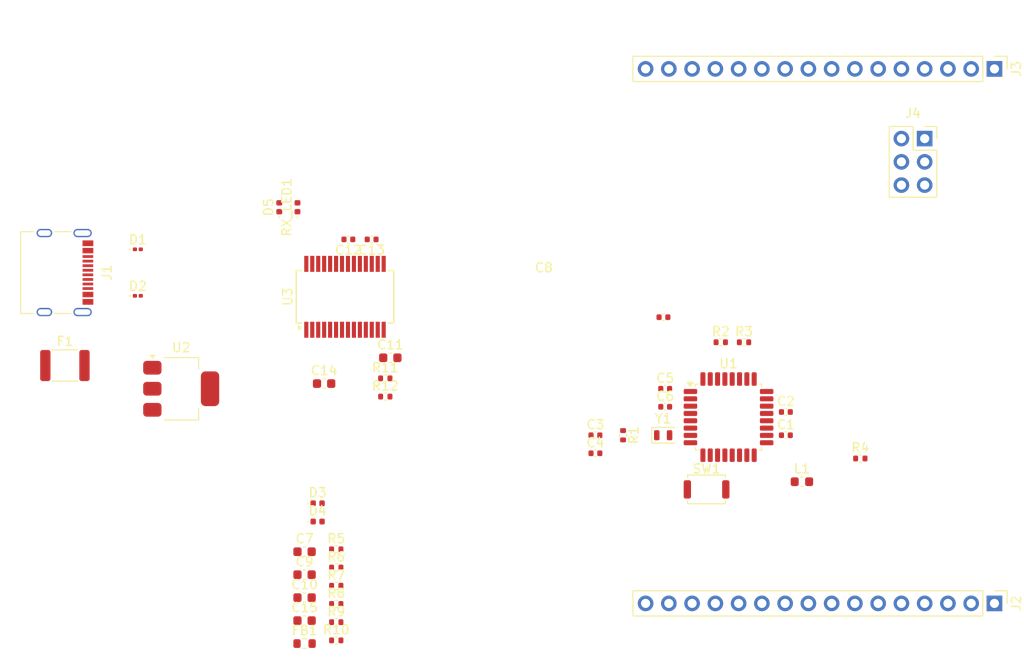
<source format=kicad_pcb>
(kicad_pcb (version 20241229) (generator "pcbnew") (generator_version "9.0")
  (layers (0 "F.Cu" signal) (2 "B.Cu" signal) (13 "F.Paste" user) (15 "B.Paste" user) (5 "F.SilkS" user "F.Silkscreen") (7 "B.SilkS" user "B.Silkscreen") (1 "F.Mask" user) (3 "B.Mask" user) (25 "Edge.Cuts" user))
  (net 0 "")
  (net 1 "+5V")
  (net 2 "GND")
  (net 3 "Net-(U1-AREF)")
  (net 4 "EX_OSC2")
  (net 5 "EX_OSC1")
  (net 6 "+3.3V")
  (net 7 "PWRU_IN")
  (net 8 "Net-(C10-Pad1)")
  (net 9 "Net-(U3-3V3OUT)")
  (net 10 "USART_DTR")
  (net 11 "EX_RST")
  (net 12 "USBC_D.P")
  (net 13 "USBC_D.N")
  (net 14 "Net-(D3-A)")
  (net 15 "Net-(D4-A)")
  (net 16 "Net-(D5-K)")
  (net 17 "Net-(D5-A)")
  (net 18 "Net-(J1-CC1)")
  (net 20 "Net-(J1-CC2)")
  (net 24 "GPIO_C0")
  (net 25 "GPIO_C1")
  (net 26 "GPIO_C2")
  (net 27 "GPIO_C3")
  (net 28 "I2C_SCL")
  (net 29 "I2C_SDA")
  (net 30 "GPIO_C4")
  (net 31 "GPIO_C5")
  (net 32 "SPI_SS")
  (net 33 "SPI_MOSI")
  (net 34 "SPI_MISO")
  (net 35 "SPI_SCK")
  (net 36 "GPIO_B1")
  (net 37 "GPIO_B0")
  (net 38 "GPIO_D7")
  (net 39 "GPIO_D6")
  (net 40 "GPIO_D5")
  (net 41 "GPIO_D4")
  (net 42 "GPIO_D3")
  (net 43 "GPIO_D2")
  (net 44 "USART_TXD")
  (net 45 "USART_RXD")
  (net 46 "Net-(U1-AVCC)")
  (net 47 "Net-(U2-ADJ)")
  (net 48 "Net-(RX_LED1-A)")
  (net 49 "Net-(RX_LED1-K)")
  (footprint "Capacitor_SMD:C_0603_1608Metric" (layer "F.Cu") (at 127.775 124.4)
    (property "Reference" "C15" (at 0 -1.43 0) (layer "F.SilkS"))
    (property "Value" "4.7u")
    (fp_line (start -0.14058 -0.51) (end 0.14058 -0.51) (stroke (width 0.12)) (layer "F.SilkS"))
    (fp_line (start -0.14058 0.51) (end 0.14058 0.51) (stroke (width 0.12)) (layer "F.SilkS"))
    (pad "1" smd roundrect (at -0.775 0) (size 0.9 0.95) (layers "F.Cu" "F.Mask" "F.Paste") (net 8 "Net-(C10-Pad1)"))
    (pad "2" smd roundrect (at 0.775 0) (size 0.9 0.95) (layers "F.Cu" "F.Mask" "F.Paste") (net 2 "GND"))
  )
  (footprint "Capacitor_SMD:C_0402_1005Metric" (layer "F.Cu") (at 159.54 104.14)
    (property "Reference" "C3" (at 0 -1.16 0) (layer "F.SilkS"))
    (property "Value" "18p")
    (fp_line (start -0.107836 -0.36) (end 0.107836 -0.36) (stroke (width 0.12)) (layer "F.SilkS"))
    (fp_line (start -0.107836 0.36) (end 0.107836 0.36) (stroke (width 0.12)) (layer "F.SilkS"))
    (pad "1" smd roundrect (at -0.48 0) (size 0.56 0.62) (layers "F.Cu" "F.Mask" "F.Paste") (net 4 "EX_OSC2"))
    (pad "2" smd roundrect (at 0.48 0) (size 0.56 0.62) (layers "F.Cu" "F.Mask" "F.Paste") (net 2 "GND"))
  )
  (footprint "Capacitor_SMD:C_0603_1608Metric" (layer "F.Cu") (at 127.775 119.38)
    (property "Reference" "C9" (at 0 -1.43 0) (layer "F.SilkS"))
    (property "Value" ".01u")
    (fp_line (start -0.14058 -0.51) (end 0.14058 -0.51) (stroke (width 0.12)) (layer "F.SilkS"))
    (fp_line (start -0.14058 0.51) (end 0.14058 0.51) (stroke (width 0.12)) (layer "F.SilkS"))
    (pad "1" smd roundrect (at -0.775 0) (size 0.9 0.95) (layers "F.Cu" "F.Mask" "F.Paste") (net 7 "PWRU_IN"))
    (pad "2" smd roundrect (at 0.775 0) (size 0.9 0.95) (layers "F.Cu" "F.Mask" "F.Paste") (net 2 "GND"))
  )
  (footprint "Package_QFP:TQFP-32_7x7mm_P0.8mm" (layer "F.Cu") (at 174.08 102.16)
    (property "Reference" "U1" (at 0 -5.85 0) (layer "F.SilkS"))
    (property "Value" "ATmega328P-A")
    (fp_line (start -3.61 -3.61) (end -3.61 -3.335) (stroke (width 0.12)) (layer "F.SilkS"))
    (fp_line (start -3.61 3.61) (end -3.61 3.335) (stroke (width 0.12)) (layer "F.SilkS"))
    (fp_line (start -3.335 -3.61) (end -3.61 -3.61) (stroke (width 0.12)) (layer "F.SilkS"))
    (fp_line (start -3.335 3.61) (end -3.61 3.61) (stroke (width 0.12)) (layer "F.SilkS"))
    (fp_line (start 3.335 -3.61) (end 3.61 -3.61) (stroke (width 0.12)) (layer "F.SilkS"))
    (fp_line (start 3.335 3.61) (end 3.61 3.61) (stroke (width 0.12)) (layer "F.SilkS"))
    (fp_line (start 3.61 -3.61) (end 3.61 -3.335) (stroke (width 0.12)) (layer "F.SilkS"))
    (fp_line (start 3.61 3.61) (end 3.61 3.335) (stroke (width 0.12)) (layer "F.SilkS"))
    (fp_poly (pts (xy -4.2 -3.335) (xy -4.54 -3.805) (xy -3.86 -3.805)) (stroke (width 0.12)) (fill yes) (layer "F.SilkS"))
    (pad "1" smd roundrect (at -4.1625 -2.8) (size 1.475 0.55) (layers "F.Cu" "F.Mask" "F.Paste") (net 42 "GPIO_D3"))
    (pad "2" smd roundrect (at -4.1625 -2) (size 1.475 0.55) (layers "F.Cu" "F.Mask" "F.Paste") (net 41 "GPIO_D4"))
    (pad "3" smd roundrect (at -4.1625 -1.2) (size 1.475 0.55) (layers "F.Cu" "F.Mask" "F.Paste") (net 2 "GND"))
    (pad "4" smd roundrect (at -4.1625 -0.4) (size 1.475 0.55) (layers "F.Cu" "F.Mask" "F.Paste") (net 1 "+5V"))
    (pad "5" smd roundrect (at -4.1625 0.4) (size 1.475 0.55) (layers "F.Cu" "F.Mask" "F.Paste") (net 2 "GND"))
    (pad "6" smd roundrect (at -4.1625 1.2) (size 1.475 0.55) (layers "F.Cu" "F.Mask" "F.Paste") (net 1 "+5V"))
    (pad "7" smd roundrect (at -4.1625 2) (size 1.475 0.55) (layers "F.Cu" "F.Mask" "F.Paste") (net 5 "EX_OSC1"))
    (pad "8" smd roundrect (at -4.1625 2.8) (size 1.475 0.55) (layers "F.Cu" "F.Mask" "F.Paste") (net 4 "EX_OSC2"))
    (pad "9" smd roundrect (at -2.8 4.1625) (size 0.55 1.475) (layers "F.Cu" "F.Mask" "F.Paste") (net 40 "GPIO_D5"))
    (pad "10" smd roundrect (at -2 4.1625) (size 0.55 1.475) (layers "F.Cu" "F.Mask" "F.Paste") (net 39 "GPIO_D6"))
    (pad "11" smd roundrect (at -1.2 4.1625) (size 0.55 1.475) (layers "F.Cu" "F.Mask" "F.Paste") (net 38 "GPIO_D7"))
    (pad "12" smd roundrect (at -0.4 4.1625) (size 0.55 1.475) (layers "F.Cu" "F.Mask" "F.Paste") (net 37 "GPIO_B0"))
    (pad "13" smd roundrect (at 0.4 4.1625) (size 0.55 1.475) (layers "F.Cu" "F.Mask" "F.Paste") (net 36 "GPIO_B1"))
    (pad "14" smd roundrect (at 1.2 4.1625) (size 0.55 1.475) (layers "F.Cu" "F.Mask" "F.Paste") (net 32 "SPI_SS"))
    (pad "15" smd roundrect (at 2 4.1625) (size 0.55 1.475) (layers "F.Cu" "F.Mask" "F.Paste") (net 33 "SPI_MOSI"))
    (pad "16" smd roundrect (at 2.8 4.1625) (size 0.55 1.475) (layers "F.Cu" "F.Mask" "F.Paste") (net 34 "SPI_MISO"))
    (pad "17" smd roundrect (at 4.1625 2.8) (size 1.475 0.55) (layers "F.Cu" "F.Mask" "F.Paste") (net 35 "SPI_SCK"))
    (pad "18" smd roundrect (at 4.1625 2) (size 1.475 0.55) (layers "F.Cu" "F.Mask" "F.Paste") (net 46 "Net-(U1-AVCC)"))
    (pad "19" smd roundrect (at 4.1625 1.2) (size 1.475 0.55) (layers "F.Cu" "F.Mask" "F.Paste") (net 30 "GPIO_C4"))
    (pad "20" smd roundrect (at 4.1625 0.4) (size 1.475 0.55) (layers "F.Cu" "F.Mask" "F.Paste") (net 3 "Net-(U1-AREF)"))
    (pad "21" smd roundrect (at 4.1625 -0.4) (size 1.475 0.55) (layers "F.Cu" "F.Mask" "F.Paste") (net 2 "GND"))
    (pad "22" smd roundrect (at 4.1625 -1.2) (size 1.475 0.55) (layers "F.Cu" "F.Mask" "F.Paste") (net 31 "GPIO_C5"))
    (pad "23" smd roundrect (at 4.1625 -2) (size 1.475 0.55) (layers "F.Cu" "F.Mask" "F.Paste") (net 24 "GPIO_C0"))
    (pad "24" smd roundrect (at 4.1625 -2.8) (size 1.475 0.55) (layers "F.Cu" "F.Mask" "F.Paste") (net 25 "GPIO_C1"))
    (pad "25" smd roundrect (at 2.8 -4.1625) (size 0.55 1.475) (layers "F.Cu" "F.Mask" "F.Paste") (net 26 "GPIO_C2"))
    (pad "26" smd roundrect (at 2 -4.1625) (size 0.55 1.475) (layers "F.Cu" "F.Mask" "F.Paste") (net 27 "GPIO_C3"))
    (pad "27" smd roundrect (at 1.2 -4.1625) (size 0.55 1.475) (layers "F.Cu" "F.Mask" "F.Paste") (net 29 "I2C_SDA"))
    (pad "28" smd roundrect (at 0.4 -4.1625) (size 0.55 1.475) (layers "F.Cu" "F.Mask" "F.Paste") (net 28 "I2C_SCL"))
    (pad "29" smd roundrect (at -0.4 -4.1625) (size 0.55 1.475) (layers "F.Cu" "F.Mask" "F.Paste") (net 11 "EX_RST"))
    (pad "30" smd roundrect (at -1.2 -4.1625) (size 0.55 1.475) (layers "F.Cu" "F.Mask" "F.Paste") (net 45 "USART_RXD"))
    (pad "31" smd roundrect (at -2 -4.1625) (size 0.55 1.475) (layers "F.Cu" "F.Mask" "F.Paste") (net 44 "USART_TXD"))
    (pad "32" smd roundrect (at -2.8 -4.1625) (size 0.55 1.475) (layers "F.Cu" "F.Mask" "F.Paste") (net 43 "GPIO_D2"))
  )
  (footprint "Resistor_SMD:R_0603_1608Metric" (layer "F.Cu") (at 127.775 126.91)
    (property "Reference" "FB1" (at 0 -1.43 0) (layer "F.SilkS"))
    (property "Value" "120")
    (fp_line (start -0.237258 -0.5225) (end 0.237258 -0.5225) (stroke (width 0.12)) (layer "F.SilkS"))
    (fp_line (start -0.237258 0.5225) (end 0.237258 0.5225) (stroke (width 0.12)) (layer "F.SilkS"))
    (pad "1" smd roundrect (at -0.825 0) (size 0.8 0.95) (layers "F.Cu" "F.Mask" "F.Paste") (net 7 "PWRU_IN"))
    (pad "2" smd roundrect (at 0.825 0) (size 0.8 0.95) (layers "F.Cu" "F.Mask" "F.Paste") (net 8 "Net-(C10-Pad1)"))
  )
  (footprint "Resistor_SMD:R_0402_1005Metric" (layer "F.Cu") (at 136.59 99.915)
    (property "Reference" "R12" (at 0 -1.17 0) (layer "F.SilkS"))
    (property "Value" "150")
    (fp_line (start -0.153641 -0.38) (end 0.153641 -0.38) (stroke (width 0.12)) (layer "F.SilkS"))
    (fp_line (start -0.153641 0.38) (end 0.153641 0.38) (stroke (width 0.12)) (layer "F.SilkS"))
    (pad "1" smd roundrect (at -0.51 0) (size 0.54 0.64) (layers "F.Cu" "F.Mask" "F.Paste") (net 2 "GND"))
    (pad "2" smd roundrect (at 0.51 0) (size 0.54 0.64) (layers "F.Cu" "F.Mask" "F.Paste") (net 48 "Net-(RX_LED1-A)"))
  )
  (footprint "Fuse:Fuse_1812_4532Metric" (layer "F.Cu") (at 101.6 96.52)
    (property "Reference" "F1" (at 0 -2.65 0) (layer "F.SilkS"))
    (property "Value" "500mA")
    (fp_line (start -1.386252 -1.71) (end 1.386252 -1.71) (stroke (width 0.12)) (layer "F.SilkS"))
    (fp_line (start -1.386252 1.71) (end 1.386252 1.71) (stroke (width 0.12)) (layer "F.SilkS"))
    (pad "1" smd roundrect (at -2.1375 0) (size 1.125 3.4) (layers "F.Cu" "F.Mask" "F.Paste") (roundrect_rratio 0.222222) (net 8 "Net-(C10-Pad1)"))
    (pad "2" smd roundrect (at 2.1375 0) (size 1.125 3.4) (layers "F.Cu" "F.Mask" "F.Paste") (roundrect_rratio 0.222222) (net 1 "+5V"))
  )
  (footprint "Resistor_SMD:R_0402_1005Metric" (layer "F.Cu") (at 162.56 104.14 -90)
    (property "Reference" "R1" (at 0 -1.17 90) (layer "F.SilkS"))
    (property "Value" "R")
    (fp_line (start -0.153641 0.38) (end 0.153641 0.38) (stroke (width 0.12)) (layer "F.SilkS"))
    (fp_line (start -0.153641 -0.38) (end 0.153641 -0.38) (stroke (width 0.12)) (layer "F.SilkS"))
    (pad "1" smd roundrect (at -0.51 0 270) (size 0.54 0.64) (layers "F.Cu" "F.Mask" "F.Paste") (net 5 "EX_OSC1"))
    (pad "2" smd roundrect (at 0.51 0 270) (size 0.54 0.64) (layers "F.Cu" "F.Mask" "F.Paste") (net 4 "EX_OSC2"))
  )
  (footprint "Capacitor_SMD:C_0402_1005Metric" (layer "F.Cu") (at 159.54 106.11)
    (property "Reference" "C4" (at 0 -1.16 0) (layer "F.SilkS"))
    (property "Value" "18p")
    (fp_line (start -0.107836 -0.36) (end 0.107836 -0.36) (stroke (width 0.12)) (layer "F.SilkS"))
    (fp_line (start -0.107836 0.36) (end 0.107836 0.36) (stroke (width 0.12)) (layer "F.SilkS"))
    (pad "1" smd roundrect (at -0.48 0) (size 0.56 0.62) (layers "F.Cu" "F.Mask" "F.Paste") (net 5 "EX_OSC1"))
    (pad "2" smd roundrect (at 0.48 0) (size 0.56 0.62) (layers "F.Cu" "F.Mask" "F.Paste") (net 2 "GND"))
  )
  (footprint "Capacitor_SMD:C_0603_1608Metric" (layer "F.Cu") (at 129.91 98.495)
    (property "Reference" "C14" (at 0 -1.43 0) (layer "F.SilkS"))
    (property "Value" "C_Polarized")
    (fp_line (start -0.14058 -0.51) (end 0.14058 -0.51) (stroke (width 0.12)) (layer "F.SilkS"))
    (fp_line (start -0.14058 0.51) (end 0.14058 0.51) (stroke (width 0.12)) (layer "F.SilkS"))
    (pad "1" smd roundrect (at -0.775 0) (size 0.9 0.95) (layers "F.Cu" "F.Mask" "F.Paste") (net 10 "USART_DTR"))
    (pad "2" smd roundrect (at 0.775 0) (size 0.9 0.95) (layers "F.Cu" "F.Mask" "F.Paste") (net 11 "EX_RST"))
  )
  (footprint "LED_SMD:LED_0402_1005Metric" (layer "F.Cu") (at 129.2 113.57)
    (property "Reference" "D4" (at 0 -1.17 0) (layer "F.SilkS"))
    (property "Value" "LED")
    (fp_circle (center -1.09 0) (end -1.04 0) (stroke (width 0.1)) (fill no) (layer "F.SilkS"))
    (pad "1" smd roundrect (at -0.485 0) (size 0.59 0.64) (layers "F.Cu" "F.Mask" "F.Paste") (net 2 "GND"))
    (pad "2" smd roundrect (at 0.485 0) (size 0.59 0.64) (layers "F.Cu" "F.Mask" "F.Paste") (net 15 "Net-(D4-A)"))
  )
  (footprint "Capacitor_SMD:C_0603_1608Metric" (layer "F.Cu") (at 127.775 121.89)
    (property "Reference" "C10" (at 0 -1.43 0) (layer "F.SilkS"))
    (property "Value" ".1u")
    (fp_line (start -0.14058 -0.51) (end 0.14058 -0.51) (stroke (width 0.12)) (layer "F.SilkS"))
    (fp_line (start -0.14058 0.51) (end 0.14058 0.51) (stroke (width 0.12)) (layer "F.SilkS"))
    (pad "1" smd roundrect (at -0.775 0) (size 0.9 0.95) (layers "F.Cu" "F.Mask" "F.Paste") (net 8 "Net-(C10-Pad1)"))
    (pad "2" smd roundrect (at 0.775 0) (size 0.9 0.95) (layers "F.Cu" "F.Mask" "F.Paste") (net 2 "GND"))
  )
  (footprint "Inductor_SMD:L_0603_1608Metric" (layer "F.Cu") (at 182.0925 109.22)
    (property "Reference" "L1" (at 0 -1.43 0) (layer "F.SilkS"))
    (property "Value" "10u")
    (fp_line (start -0.162779 -0.51) (end 0.162779 -0.51) (stroke (width 0.12)) (layer "F.SilkS"))
    (fp_line (start -0.162779 0.51) (end 0.162779 0.51) (stroke (width 0.12)) (layer "F.SilkS"))
    (pad "1" smd roundrect (at -0.7875 0) (size 0.875 0.95) (layers "F.Cu" "F.Mask" "F.Paste") (net 46 "Net-(U1-AVCC)"))
    (pad "2" smd roundrect (at 0.7875 0) (size 0.875 0.95) (layers "F.Cu" "F.Mask" "F.Paste") (net 1 "+5V"))
  )
  (footprint "Resistor_SMD:R_0402_1005Metric" (layer "F.Cu") (at 131.235 126.56)
    (property "Reference" "R10" (at 0 -1.17 0) (layer "F.SilkS"))
    (property "Value" "70")
    (fp_line (start -0.153641 -0.38) (end 0.153641 -0.38) (stroke (width 0.12)) (layer "F.SilkS"))
    (fp_line (start -0.153641 0.38) (end 0.153641 0.38) (stroke (width 0.12)) (layer "F.SilkS"))
    (pad "1" smd roundrect (at -0.51 0) (size 0.54 0.64) (layers "F.Cu" "F.Mask" "F.Paste") (net 6 "+3.3V"))
    (pad "2" smd roundrect (at 0.51 0) (size 0.54 0.64) (layers "F.Cu" "F.Mask" "F.Paste") (net 15 "Net-(D4-A)"))
  )
  (footprint "Connector_PinHeader_2.54mm:PinHeader_1x16_P2.54mm_Vertical" (layer "F.Cu") (at 203.12 64.1 -90)
    (property "Reference" "J3" (at 0 -2.38 90) (layer "F.SilkS"))
    (property "Value" "Conn_01x16_Socket")
    (fp_line (start -1.38 39.48) (end 1.38 39.48) (stroke (width 0.12)) (layer "F.SilkS"))
    (fp_line (start -1.38 1.27) (end -1.38 39.48) (stroke (width 0.12)) (layer "F.SilkS"))
    (fp_line (start -1.38 1.27) (end 1.38 1.27) (stroke (width 0.12)) (layer "F.SilkS"))
    (fp_line (start 1.38 1.27) (end 1.38 39.48) (stroke (width 0.12)) (layer "F.SilkS"))
    (fp_line (start -1.38 0) (end -1.38 -1.38) (stroke (width 0.12)) (layer "F.SilkS"))
    (fp_line (start -1.38 -1.38) (end 0 -1.38) (stroke (width 0.12)) (layer "F.SilkS"))
    (pad "1" thru_hole rect (at 0 0 270) (size 1.7 1.7) (drill 1) (layers "*.Cu" "*.Mask") (net 32 "SPI_SS"))
    (pad "2" thru_hole circle (at 0 2.54 270) (size 1.7 1.7) (drill 1) (layers "*.Cu" "*.Mask") (net 33 "SPI_MOSI"))
    (pad "3" thru_hole circle (at 0 5.08 270) (size 1.7 1.7) (drill 1) (layers "*.Cu" "*.Mask") (net 34 "SPI_MISO"))
    (pad "4" thru_hole circle (at 0 7.62 270) (size 1.7 1.7) (drill 1) (layers "*.Cu" "*.Mask") (net 35 "SPI_SCK"))
    (pad "5" thru_hole circle (at 0 10.16 270) (size 1.7 1.7) (drill 1) (layers "*.Cu" "*.Mask") (net 2 "GND"))
    (pad "6" thru_hole circle (at 0 12.7 270) (size 1.7 1.7) (drill 1) (layers "*.Cu" "*.Mask") (net 2 "GND"))
    (pad "7" thru_hole circle (at 0 15.24 270) (size 1.7 1.7) (drill 1) (layers "*.Cu" "*.Mask") (net 36 "GPIO_B1"))
    (pad "8" thru_hole circle (at 0 17.78 270) (size 1.7 1.7) (drill 1) (layers "*.Cu" "*.Mask") (net 37 "GPIO_B0"))
    (pad "9" thru_hole circle (at 0 20.32 270) (size 1.7 1.7) (drill 1) (layers "*.Cu" "*.Mask") (net 38 "GPIO_D7"))
    (pad "10" thru_hole circle (at 0 22.86 270) (size 1.7 1.7) (drill 1) (layers "*.Cu" "*.Mask") (net 39 "GPIO_D6"))
    (pad "11" thru_hole circle (at 0 25.4 270) (size 1.7 1.7) (drill 1) (layers "*.Cu" "*.Mask") (net 40 "GPIO_D5"))
    (pad "12" thru_hole circle (at 0 27.94 270) (size 1.7 1.7) (drill 1) (layers "*.Cu" "*.Mask") (net 41 "GPIO_D4"))
    (pad "13" thru_hole circle (at 0 30.48 270) (size 1.7 1.7) (drill 1) (layers "*.Cu" "*.Mask") (net 42 "GPIO_D3"))
    (pad "14" thru_hole circle (at 0 33.02 270) (size 1.7 1.7) (drill 1) (layers "*.Cu" "*.Mask") (net 43 "GPIO_D2"))
    (pad "15" thru_hole circle (at 0 35.56 270) (size 1.7 1.7) (drill 1) (layers "*.Cu" "*.Mask") (net 44 "USART_TXD"))
    (pad "16" thru_hole circle (at 0 38.1 270) (size 1.7 1.7) (drill 1) (layers "*.Cu" "*.Mask") (net 45 "USART_RXD"))
  )
  (footprint "LED_SMD:LED_0402_1005Metric" (layer "F.Cu") (at 127 79.225 90)
    (property "Reference" "RX_LED1" (at 0 -1.17 90) (layer "F.SilkS"))
    (property "Value" "LED")
    (fp_circle (center -1.09 0) (end -1.04 0) (stroke (width 0.1)) (fill no) (layer "F.SilkS"))
    (pad "1" smd roundrect (at -0.485 0 90) (size 0.59 0.64) (layers "F.Cu" "F.Mask" "F.Paste") (net 49 "Net-(RX_LED1-K)"))
    (pad "2" smd roundrect (at 0.485 0 90) (size 0.59 0.64) (layers "F.Cu" "F.Mask" "F.Paste") (net 48 "Net-(RX_LED1-A)"))
  )
  (footprint "Resistor_SMD:R_0402_1005Metric" (layer "F.Cu") (at 175.77 93.98)
    (property "Reference" "R3" (at 0 -1.17 0) (layer "F.SilkS"))
    (property "Value" "R")
    (fp_line (start -0.153641 -0.38) (end 0.153641 -0.38) (stroke (width 0.12)) (layer "F.SilkS"))
    (fp_line (start -0.153641 0.38) (end 0.153641 0.38) (stroke (width 0.12)) (layer "F.SilkS"))
    (pad "1" smd roundrect (at -0.51 0) (size 0.54 0.64) (layers "F.Cu" "F.Mask" "F.Paste") (net 1 "+5V"))
    (pad "2" smd roundrect (at 0.51 0) (size 0.54 0.64) (layers "F.Cu" "F.Mask" "F.Paste") (net 28 "I2C_SCL"))
  )
  (footprint "LED_SMD:LED_0402_1005Metric" (layer "F.Cu") (at 129.2 111.58)
    (property "Reference" "D3" (at 0 -1.17 0) (layer "F.SilkS"))
    (property "Value" "LED")
    (fp_circle (center -1.09 0) (end -1.04 0) (stroke (width 0.1)) (fill no) (layer "F.SilkS"))
    (pad "1" smd roundrect (at -0.485 0) (size 0.59 0.64) (layers "F.Cu" "F.Mask" "F.Paste") (net 2 "GND"))
    (pad "2" smd roundrect (at 0.485 0) (size 0.59 0.64) (layers "F.Cu" "F.Mask" "F.Paste") (net 14 "Net-(D3-A)"))
  )
  (footprint "Capacitor_SMD:C_0402_1005Metric" (layer "F.Cu") (at 132.56 82.735 180)
    (property "Reference" "C12" (at 0 -1.16 0) (layer "F.SilkS"))
    (property "Value" ".1u")
    (fp_line (start -0.107836 0.36) (end 0.107836 0.36) (stroke (width 0.12)) (layer "F.SilkS"))
    (fp_line (start -0.107836 -0.36) (end 0.107836 -0.36) (stroke (width 0.12)) (layer "F.SilkS"))
    (pad "1" smd roundrect (at -0.48 0 180) (size 0.56 0.62) (layers "F.Cu" "F.Mask" "F.Paste") (net 1 "+5V"))
    (pad "2" smd roundrect (at 0.48 0 180) (size 0.56 0.62) (layers "F.Cu" "F.Mask" "F.Paste") (net 2 "GND"))
  )
  (footprint "Capacitor_SMD:C_0603_1608Metric" (layer "F.Cu") (at 137.14 95.675)
    (property "Reference" "C11" (at 0 -1.43 0) (layer "F.SilkS"))
    (property "Value" ".1u")
    (fp_line (start -0.14058 -0.51) (end 0.14058 -0.51) (stroke (width 0.12)) (layer "F.SilkS"))
    (fp_line (start -0.14058 0.51) (end 0.14058 0.51) (stroke (width 0.12)) (layer "F.SilkS"))
    (pad "1" smd roundrect (at -0.775 0) (size 0.9 0.95) (layers "F.Cu" "F.Mask" "F.Paste") (net 9 "Net-(U3-3V3OUT)"))
    (pad "2" smd roundrect (at 0.775 0) (size 0.9 0.95) (layers "F.Cu" "F.Mask" "F.Paste") (net 2 "GND"))
  )
  (footprint "Resistor_SMD:R_0402_1005Metric" (layer "F.Cu") (at 173.23 93.98)
    (property "Reference" "R2" (at 0 -1.17 0) (layer "F.SilkS"))
    (property "Value" "R")
    (fp_line (start -0.153641 -0.38) (end 0.153641 -0.38) (stroke (width 0.12)) (layer "F.SilkS"))
    (fp_line (start -0.153641 0.38) (end 0.153641 0.38) (stroke (width 0.12)) (layer "F.SilkS"))
    (pad "1" smd roundrect (at -0.51 0) (size 0.54 0.64) (layers "F.Cu" "F.Mask" "F.Paste") (net 1 "+5V"))
    (pad "2" smd roundrect (at 0.51 0) (size 0.54 0.64) (layers "F.Cu" "F.Mask" "F.Paste") (net 29 "I2C_SDA"))
  )
  (footprint "Capacitor_SMD:C_0402_1005Metric" (layer "F.Cu") (at 180.34 101.6)
    (property "Reference" "C2" (at 0 -1.16 0) (layer "F.SilkS"))
    (property "Value" ".1u")
    (fp_line (start -0.107836 -0.36) (end 0.107836 -0.36) (stroke (width 0.12)) (layer "F.SilkS"))
    (fp_line (start -0.107836 0.36) (end 0.107836 0.36) (stroke (width 0.12)) (layer "F.SilkS"))
    (pad "1" smd roundrect (at -0.48 0) (size 0.56 0.62) (layers "F.Cu" "F.Mask" "F.Paste") (net 3 "Net-(U1-AREF)"))
    (pad "2" smd roundrect (at 0.48 0) (size 0.56 0.62) (layers "F.Cu" "F.Mask" "F.Paste") (net 2 "GND"))
  )
  (footprint "Capacitor_SMD:C_0402_1005Metric" (layer "F.Cu") (at 135.1 82.735 180)
    (property "Reference" "C13" (at 0 -1.16 0) (layer "F.SilkS"))
    (property "Value" "4.7u")
    (fp_line (start -0.107836 0.36) (end 0.107836 0.36) (stroke (width 0.12)) (layer "F.SilkS"))
    (fp_line (start -0.107836 -0.36) (end 0.107836 -0.36) (stroke (width 0.12)) (layer "F.SilkS"))
    (pad "1" smd roundrect (at -0.48 0 180) (size 0.56 0.62) (layers "F.Cu" "F.Mask" "F.Paste") (net 1 "+5V"))
    (pad "2" smd roundrect (at 0.48 0 180) (size 0.56 0.62) (layers "F.Cu" "F.Mask" "F.Paste") (net 2 "GND"))
  )
  (footprint "Capacitor_SMD:C_0402_1005Metric" (layer "F.Cu") (at 180.34 104.14)
    (property "Reference" "C1" (at 0 -1.16 0) (layer "F.SilkS"))
    (property "Value" ".1u")
    (fp_line (start -0.107836 -0.36) (end 0.107836 -0.36) (stroke (width 0.12)) (layer "F.SilkS"))
    (fp_line (start -0.107836 0.36) (end 0.107836 0.36) (stroke (width 0.12)) (layer "F.SilkS"))
    (pad "1" smd roundrect (at -0.48 0) (size 0.56 0.62) (layers "F.Cu" "F.Mask" "F.Paste") (net 1 "+5V"))
    (pad "2" smd roundrect (at 0.48 0) (size 0.56 0.62) (layers "F.Cu" "F.Mask" "F.Paste") (net 2 "GND"))
  )
  (footprint "Resistor_SMD:R_0402_1005Metric" (layer "F.Cu") (at 131.235 124.57)
    (property "Reference" "R9" (at 0 -1.17 0) (layer "F.SilkS"))
    (property "Value" "155")
    (fp_line (start -0.153641 -0.38) (end 0.153641 -0.38) (stroke (width 0.12)) (layer "F.SilkS"))
    (fp_line (start -0.153641 0.38) (end 0.153641 0.38) (stroke (width 0.12)) (layer "F.SilkS"))
    (pad "1" smd roundrect (at -0.51 0) (size 0.54 0.64) (layers "F.Cu" "F.Mask" "F.Paste") (net 1 "+5V"))
    (pad "2" smd roundrect (at 0.51 0) (size 0.54 0.64) (layers "F.Cu" "F.Mask" "F.Paste") (net 14 "Net-(D3-A)"))
  )
  (footprint "Package_TO_SOT_SMD:SOT-223" (layer "F.Cu") (at 114.3 99.06)
    (property "Reference" "U2" (at 0 -4.5 0) (layer "F.SilkS"))
    (property "Value" "LM1117DT-ADJ")
    (fp_line (start -1.85 -3.41) (end 1.91 -3.41) (stroke (width 0.12)) (layer "F.SilkS"))
    (fp_line (start -1.85 3.41) (end 1.91 3.41) (stroke (width 0.12)) (layer "F.SilkS"))
    (fp_line (start 1.91 -3.41) (end 1.91 -2.15) (stroke (width 0.12)) (layer "F.SilkS"))
    (fp_line (start 1.91 3.41) (end 1.91 2.15) (stroke (width 0.12)) (layer "F.SilkS"))
    (fp_poly (pts (xy -3.13 -3.31) (xy -3.37 -3.64) (xy -2.89 -3.64) (xy -3.13 -3.31)) (stroke (width 0.12)) (fill yes) (layer "F.SilkS"))
    (pad "1" smd roundrect (at -3.15 -2.3) (size 2 1.5) (layers "F.Cu" "F.Mask" "F.Paste") (net 47 "Net-(U2-ADJ)"))
    (pad "2" smd roundrect (at -3.15 0) (size 2 1.5) (layers "F.Cu" "F.Mask" "F.Paste") (net 6 "+3.3V"))
    (pad "3" smd roundrect (at -3.15 2.3) (size 2 1.5) (layers "F.Cu" "F.Mask" "F.Paste") (net 1 "+5V"))
    (pad "4" smd roundrect (at 3.15 0) (size 2 3.8) (layers "F.Cu" "F.Mask" "F.Paste"))
  )
  (footprint "Resistor_SMD:R_0402_1005Metric" (layer "F.Cu") (at 131.235 120.59)
    (property "Reference" "R7" (at 0 -1.17 0) (layer "F.SilkS"))
    (property "Value" "5100")
    (fp_line (start -0.153641 -0.38) (end 0.153641 -0.38) (stroke (width 0.12)) (layer "F.SilkS"))
    (fp_line (start -0.153641 0.38) (end 0.153641 0.38) (stroke (width 0.12)) (layer "F.SilkS"))
    (pad "1" smd roundrect (at -0.51 0) (size 0.54 0.64) (layers "F.Cu" "F.Mask" "F.Paste") (net 20 "Net-(J1-CC2)"))
    (pad "2" smd roundrect (at 0.51 0) (size 0.54 0.64) (layers "F.Cu" "F.Mask" "F.Paste") (net 2 "GND"))
  )
  (footprint "Connector_PinHeader_2.54mm:PinHeader_1x16_P2.54mm_Vertical" (layer "F.Cu") (at 203.12 122.52 -90)
    (property "Reference" "J2" (at 0 -2.38 90) (layer "F.SilkS"))
    (property "Value" "Conn_01x16_Socket")
    (fp_line (start -1.38 39.48) (end 1.38 39.48) (stroke (width 0.12)) (layer "F.SilkS"))
    (fp_line (start -1.38 1.27) (end -1.38 39.48) (stroke (width 0.12)) (layer "F.SilkS"))
    (fp_line (start -1.38 1.27) (end 1.38 1.27) (stroke (width 0.12)) (layer "F.SilkS"))
    (fp_line (start 1.38 1.27) (end 1.38 39.48) (stroke (width 0.12)) (layer "F.SilkS"))
    (fp_line (start -1.38 0) (end -1.38 -1.38) (stroke (width 0.12)) (layer "F.SilkS"))
    (fp_line (start -1.38 -1.38) (end 0 -1.38) (stroke (width 0.12)) (layer "F.SilkS"))
    (pad "1" thru_hole rect (at 0 0 270) (size 1.7 1.7) (drill 1) (layers "*.Cu" "*.Mask"))
    (pad "2" thru_hole circle (at 0 2.54 270) (size 1.7 1.7) (drill 1) (layers "*.Cu" "*.Mask") (net 1 "+5V"))
    (pad "3" thru_hole circle (at 0 5.08 270) (size 1.7 1.7) (drill 1) (layers "*.Cu" "*.Mask") (net 11 "EX_RST"))
    (pad "4" thru_hole circle (at 0 7.62 270) (size 1.7 1.7) (drill 1) (layers "*.Cu" "*.Mask") (net 6 "+3.3V"))
    (pad "5" thru_hole circle (at 0 10.16 270) (size 1.7 1.7) (drill 1) (layers "*.Cu" "*.Mask") (net 1 "+5V"))
    (pad "6" thru_hole circle (at 0 12.7 270) (size 1.7 1.7) (drill 1) (layers "*.Cu" "*.Mask") (net 2 "GND"))
    (pad "7" thru_hole circle (at 0 15.24 270) (size 1.7 1.7) (drill 1) (layers "*.Cu" "*.Mask") (net 2 "GND"))
    (pad "8" thru_hole circle (at 0 17.78 270) (size 1.7 1.7) (drill 1) (layers "*.Cu" "*.Mask") (net 7 "PWRU_IN"))
    (pad "9" thru_hole circle (at 0 20.32 270) (size 1.7 1.7) (drill 1) (layers "*.Cu" "*.Mask") (net 24 "GPIO_C0"))
    (pad "10" thru_hole circle (at 0 22.86 270) (size 1.7 1.7) (drill 1) (layers "*.Cu" "*.Mask") (net 25 "GPIO_C1"))
    (pad "11" thru_hole circle (at 0 25.4 270) (size 1.7 1.7) (drill 1) (layers "*.Cu" "*.Mask") (net 26 "GPIO_C2"))
    (pad "12" thru_hole circle (at 0 27.94 270) (size 1.7 1.7) (drill 1) (layers "*.Cu" "*.Mask") (net 27 "GPIO_C3"))
    (pad "13" thru_hole circle (at 0 30.48 270) (size 1.7 1.7) (drill 1) (layers "*.Cu" "*.Mask") (net 28 "I2C_SCL"))
    (pad "14" thru_hole circle (at 0 33.02 270) (size 1.7 1.7) (drill 1) (layers "*.Cu" "*.Mask") (net 29 "I2C_SDA"))
    (pad "15" thru_hole circle (at 0 35.56 270) (size 1.7 1.7) (drill 1) (layers "*.Cu" "*.Mask") (net 30 "GPIO_C4"))
    (pad "16" thru_hole circle (at 0 38.1 270) (size 1.7 1.7) (drill 1) (layers "*.Cu" "*.Mask") (net 31 "GPIO_C5"))
  )
  (footprint "Connector_USB:USB_C_Receptacle_Palconn_UTC16-G" (layer "F.Cu") (at 101.6 86.36 -90)
    (property "Reference" "J1" (at 0 -4.58 90) (layer "F.SilkS"))
    (property "Value" "USB_C_Receptacle_USB2.0_16P")
    (fp_line (start -4.47 4.84) (end -4.47 3.38) (stroke (width 0.12)) (layer "F.SilkS"))
    (fp_line (start 4.47 4.84) (end -4.47 4.84) (stroke (width 0.12)) (layer "F.SilkS"))
    (fp_line (start 4.47 4.84) (end 4.47 3.38) (stroke (width 0.12)) (layer "F.SilkS"))
    (fp_line (start -4.47 -0.67) (end -4.47 1.13) (stroke (width 0.12)) (layer "F.SilkS"))
    (fp_line (start 4.47 -0.67) (end 4.47 1.13) (stroke (width 0.12)) (layer "F.SilkS"))
    (pad "" np_thru_hole circle (at -2.89 -1.45 90) (size 0.6 0.6) (drill 0.6) (layers "*.Cu" "*.Mask"))
    (pad "" np_thru_hole circle (at 2.89 -1.45 90) (size 0.6 0.6) (drill 0.6) (layers "*.Cu" "*.Mask"))
    (pad "A1" smd rect (at -3.2 -2.51 270) (size 0.6 1.16) (layers "F.Cu" "F.Mask" "F.Paste") (net 2 "GND"))
    (pad "A4" smd rect (at -2.4 -2.51 270) (size 0.6 1.16) (layers "F.Cu" "F.Mask" "F.Paste") (net 7 "PWRU_IN"))
    (pad "A5" smd rect (at -1.25 -2.51 90) (size 0.3 1.16) (layers "F.Cu" "F.Mask" "F.Paste") (net 18 "Net-(J1-CC1)"))
    (pad "A6" smd rect (at -0.25 -2.51 90) (size 0.3 1.16) (layers "F.Cu" "F.Mask" "F.Paste") (net 12 "USBC_D.P"))
    (pad "A7" smd rect (at 0.25 -2.51 90) (size 0.3 1.16) (layers "F.Cu" "F.Mask" "F.Paste") (net 13 "USBC_D.N"))
    (pad "A8" smd rect (at 1.25 -2.51 90) (size 0.3 1.16) (layers "F.Cu" "F.Mask" "F.Paste"))
    (pad "A9" smd rect (at 2.4 -2.51 270) (size 0.6 1.16) (layers "F.Cu" "F.Mask" "F.Paste") (net 7 "PWRU_IN"))
    (pad "A12" smd rect (at 3.2 -2.51 270) (size 0.6 1.16) (layers "F.Cu" "F.Mask" "F.Paste") (net 2 "GND"))
    (pad "B1" smd rect (at 3.2 -2.51 270) (size 0.6 1.16) (layers "F.Cu" "F.Mask" "F.Paste") (net 2 "GND"))
    (pad "B4" smd rect (at 2.4 -2.51 270) (size 0.6 1.16) (layers "F.Cu" "F.Mask" "F.Paste") (net 7 "PWRU_IN"))
    (pad "B5" smd rect (at 1.75 -2.51 90) (size 0.3 1.16) (layers "F.Cu" "F.Mask" "F.Paste") (net 20 "Net-(J1-CC2)"))
    (pad "B6" smd rect (at 0.75 -2.51 90) (size 0.3 1.16) (layers "F.Cu" "F.Mask" "F.Paste") (net 12 "USBC_D.P"))
    (pad "B7" smd rect (at -0.75 -2.51 90) (size 0.3 1.16) (layers "F.Cu" "F.Mask" "F.Paste") (net 13 "USBC_D.N"))
    (pad "B8" smd rect (at -1.75 -2.51 90) (size 0.3 1.16) (layers "F.Cu" "F.Mask" "F.Paste"))
    (pad "B9" smd rect (at -2.4 -2.51 270) (size 0.6 1.16) (layers "F.Cu" "F.Mask" "F.Paste") (net 7 "PWRU_IN"))
    (pad "B12" smd rect (at -3.2 -2.51 270) (size 0.6 1.16) (layers "F.Cu" "F.Mask" "F.Paste") (net 2 "GND"))
    (pad "S1" thru_hole oval (at -4.32 -1.93) (size 2 0.9) (drill oval 1.7 0.6) (property pad_prop_heatsink) (layers "*.Cu" "*.Mask"))
    (pad "S1" thru_hole oval (at -4.32 2.24) (size 1.7 0.9) (drill oval 1.4 0.6) (property pad_prop_heatsink) (layers "*.Cu" "*.Mask"))
    (pad "S1" thru_hole oval (at 4.32 -1.93) (size 2 0.9) (drill oval 1.7 0.6) (property pad_prop_heatsink) (layers "*.Cu" "*.Mask"))
    (pad "S1" thru_hole oval (at 4.32 2.24) (size 1.7 0.9) (drill oval 1.4 0.6) (property pad_prop_heatsink) (layers "*.Cu" "*.Mask"))
  )
  (footprint "Capacitor_SMD:C_0402_1005Metric" (layer "F.Cu") (at 167.16 101.03)
    (property "Reference" "C6" (at 0 -1.16 0) (layer "F.SilkS"))
    (property "Value" ".1u")
    (fp_line (start -0.107836 -0.36) (end 0.107836 -0.36) (stroke (width 0.12)) (layer "F.SilkS"))
    (fp_line (start -0.107836 0.36) (end 0.107836 0.36) (stroke (width 0.12)) (layer "F.SilkS"))
    (pad "1" smd roundrect (at -0.48 0) (size 0.56 0.62) (layers "F.Cu" "F.Mask" "F.Paste") (net 1 "+5V"))
    (pad "2" smd roundrect (at 0.48 0) (size 0.56 0.62) (layers "F.Cu" "F.Mask" "F.Paste") (net 2 "GND"))
  )
  (footprint "Resistor_SMD:R_0402_1005Metric" (layer "F.Cu") (at 131.235 118.6)
    (property "Reference" "R6" (at 0 -1.17 0) (layer "F.SilkS"))
    (property "Value" "200")
    (fp_line (start -0.153641 -0.38) (end 0.153641 -0.38) (stroke (width 0.12)) (layer "F.SilkS"))
    (fp_line (start -0.153641 0.38) (end 0.153641 0.38) (stroke (width 0.12)) (layer "F.SilkS"))
    (pad "1" smd roundrect (at -0.51 0) (size 0.54 0.64) (layers "F.Cu" "F.Mask" "F.Paste") (net 47 "Net-(U2-ADJ)"))
    (pad "2" smd roundrect (at 0.51 0) (size 0.54 0.64) (layers "F.Cu" "F.Mask" "F.Paste") (net 2 "GND"))
  )
  (footprint "Resistor_SMD:R_0402_1005Metric" (layer "F.Cu") (at 188.47 106.68)
    (property "Reference" "R4" (at 0 -1.17 0) (layer "F.SilkS"))
    (property "Value" "10k")
    (fp_line (start -0.153641 -0.38) (end 0.153641 -0.38) (stroke (width 0.12)) (layer "F.SilkS"))
    (fp_line (start -0.153641 0.38) (end 0.153641 0.38) (stroke (width 0.12)) (layer "F.SilkS"))
    (pad "1" smd roundrect (at -0.51 0) (size 0.54 0.64) (layers "F.Cu" "F.Mask" "F.Paste") (net 1 "+5V"))
    (pad "2" smd roundrect (at 0.51 0) (size 0.54 0.64) (layers "F.Cu" "F.Mask" "F.Paste") (net 11 "EX_RST"))
  )
  (footprint "Diode_SMD:D_0201_0603Metric" (layer "F.Cu") (at 109.565 88.9)
    (property "Reference" "D2" (at 0 -1.05 0) (layer "F.SilkS"))
    (property "Value" "1.5KExxCA")
    (fp_circle (center -0.86 0) (end -0.81 0) (stroke (width 0.1)) (fill no) (layer "F.SilkS"))
    (pad "1" smd roundrect (at -0.32 0) (size 0.46 0.4) (layers "F.Cu" "F.Mask") (net 2 "GND"))
    (pad "2" smd roundrect (at 0.32 0) (size 0.46 0.4) (layers "F.Cu" "F.Mask") (net 13 "USBC_D.N"))
  )
  (footprint "Connector_PinSocket_2.54mm:PinSocket_2x03_P2.54mm_Vertical" (layer "F.Cu") (at 195.5 71.72)
    (property "Reference" "J4" (at -1.27 -2.77 0) (layer "F.SilkS"))
    (property "Value" "Conn_PIC_ICSP_ICD")
    (fp_line (start -3.87 -1.33) (end -3.87 6.41) (stroke (width 0.12)) (layer "F.SilkS"))
    (fp_line (start -3.87 -1.33) (end -1.27 -1.33) (stroke (width 0.12)) (layer "F.SilkS"))
    (fp_line (start -3.87 6.41) (end 1.33 6.41) (stroke (width 0.12)) (layer "F.SilkS"))
    (fp_line (start -1.27 -1.33) (end -1.27 1.27) (stroke (width 0.12)) (layer "F.SilkS"))
    (fp_line (start -1.27 1.27) (end 1.33 1.27) (stroke (width 0.12)) (layer "F.SilkS"))
    (fp_line (start 0 -1.33) (end 1.33 -1.33) (stroke (width 0.12)) (layer "F.SilkS"))
    (fp_line (start 1.33 -1.33) (end 1.33 0) (stroke (width 0.12)) (layer "F.SilkS"))
    (fp_line (start 1.33 1.27) (end 1.33 6.41) (stroke (width 0.12)) (layer "F.SilkS"))
    (pad "1" thru_hole rect (at 0 0) (size 1.7 1.7) (drill 1) (layers "*.Cu" "*.Mask") (net 11 "EX_RST"))
    (pad "2" thru_hole circle (at -2.54 0) (size 1.7 1.7) (drill 1) (layers "*.Cu" "*.Mask") (net 1 "+5V"))
    (pad "3" thru_hole circle (at 0 2.54) (size 1.7 1.7) (drill 1) (layers "*.Cu" "*.Mask") (net 2 "GND"))
    (pad "4" thru_hole circle (at -2.54 2.54) (size 1.7 1.7) (drill 1) (layers "*.Cu" "*.Mask") (net 33 "SPI_MOSI"))
    (pad "5" thru_hole circle (at 0 5.08) (size 1.7 1.7) (drill 1) (layers "*.Cu" "*.Mask") (net 35 "SPI_SCK"))
    (pad "6" thru_hole circle (at -2.54 5.08) (size 1.7 1.7) (drill 1) (layers "*.Cu" "*.Mask") (net 34 "SPI_MISO"))
  )
  (footprint "Button_Switch_SMD:SW_Push_SPST_NO_Alps_SKRK" (layer "F.Cu") (at 171.68 110.06)
    (property "Reference" "SW1" (at 0 -2.25 0) (layer "F.SilkS"))
    (property "Value" "SW_Push")
    (fp_line (start -2.07 -1.57) (end 2.07 -1.57) (stroke (width 0.12)) (layer "F.SilkS"))
    (fp_line (start -2.07 -1.27) (end -2.07 -1.57) (stroke (width 0.12)) (layer "F.SilkS"))
    (fp_line (start -2.07 1.57) (end -2.07 1.27) (stroke (width 0.12)) (layer "F.SilkS"))
    (fp_line (start 2.07 -1.57) (end 2.07 -1.27) (stroke (width 0.12)) (layer "F.SilkS"))
    (fp_line (start 2.07 1.27) (end 2.07 1.57) (stroke (width 0.12)) (layer "F.SilkS"))
    (fp_line (start 2.07 1.57) (end -2.07 1.57) (stroke (width 0.12)) (layer "F.SilkS"))
    (pad "1" smd roundrect (at -2.1 0) (size 0.8 2) (layers "F.Cu" "F.Mask" "F.Paste") (net 11 "EX_RST"))
    (pad "2" smd roundrect (at 2.1 0) (size 0.8 2) (layers "F.Cu" "F.Mask" "F.Paste") (net 2 "GND"))
  )
  (footprint "Resistor_SMD:R_0402_1005Metric" (layer "F.Cu") (at 131.235 116.61)
    (property "Reference" "R5" (at 0 -1.17 0) (layer "F.SilkS"))
    (property "Value" "121")
    (fp_line (start -0.153641 -0.38) (end 0.153641 -0.38) (stroke (width 0.12)) (layer "F.SilkS"))
    (fp_line (start -0.153641 0.38) (end 0.153641 0.38) (stroke (width 0.12)) (layer "F.SilkS"))
    (pad "1" smd roundrect (at -0.51 0) (size 0.54 0.64) (layers "F.Cu" "F.Mask" "F.Paste") (net 6 "+3.3V"))
    (pad "2" smd roundrect (at 0.51 0) (size 0.54 0.64) (layers "F.Cu" "F.Mask" "F.Paste") (net 47 "Net-(U2-ADJ)"))
  )
  (footprint "Resistor_SMD:R_0402_1005Metric" (layer "F.Cu") (at 136.59 97.925)
    (property "Reference" "R11" (at 0 -1.17 0) (layer "F.SilkS"))
    (property "Value" "150")
    (fp_line (start -0.153641 -0.38) (end 0.153641 -0.38) (stroke (width 0.12)) (layer "F.SilkS"))
    (fp_line (start -0.153641 0.38) (end 0.153641 0.38) (stroke (width 0.12)) (layer "F.SilkS"))
    (pad "1" smd roundrect (at -0.51 0) (size 0.54 0.64) (layers "F.Cu" "F.Mask" "F.Paste") (net 2 "GND"))
    (pad "2" smd roundrect (at 0.51 0) (size 0.54 0.64) (layers "F.Cu" "F.Mask" "F.Paste") (net 17 "Net-(D5-A)"))
  )
  (footprint "Capacitor_SMD:C_0402_1005Metric" (layer "F.Cu") (at 167.16 99.06)
    (property "Reference" "C5" (at 0 -1.16 0) (layer "F.SilkS"))
    (property "Value" ".1u")
    (fp_line (start -0.107836 -0.36) (end 0.107836 -0.36) (stroke (width 0.12)) (layer "F.SilkS"))
    (fp_line (start -0.107836 0.36) (end 0.107836 0.36) (stroke (width 0.12)) (layer "F.SilkS"))
    (pad "1" smd roundrect (at -0.48 0) (size 0.56 0.62) (layers "F.Cu" "F.Mask" "F.Paste") (net 1 "+5V"))
    (pad "2" smd roundrect (at 0.48 0) (size 0.56 0.62) (layers "F.Cu" "F.Mask" "F.Paste") (net 2 "GND"))
  )
  (footprint "LED_SMD:LED_0402_1005Metric" (layer "F.Cu") (at 125.01 79.225 90)
    (property "Reference" "D5" (at 0 -1.17 90) (layer "F.SilkS"))
    (property "Value" "TX_LED")
    (fp_circle (center -1.09 0) (end -1.04 0) (stroke (width 0.1)) (fill no) (layer "F.SilkS"))
    (pad "1" smd roundrect (at -0.485 0 90) (size 0.59 0.64) (layers "F.Cu" "F.Mask" "F.Paste") (net 16 "Net-(D5-K)"))
    (pad "2" smd roundrect (at 0.485 0 90) (size 0.59 0.64) (layers "F.Cu" "F.Mask" "F.Paste") (net 17 "Net-(D5-A)"))
  )
  (footprint "Capacitor_SMD:C_0603_1608Metric" (layer "F.Cu") (at 127.775 116.87)
    (property "Reference" "C7" (at 0 -1.43 0) (layer "F.SilkS"))
    (property "Value" "10u")
    (fp_line (start -0.14058 -0.51) (end 0.14058 -0.51) (stroke (width 0.12)) (layer "F.SilkS"))
    (fp_line (start -0.14058 0.51) (end 0.14058 0.51) (stroke (width 0.12)) (layer "F.SilkS"))
    (pad "1" smd roundrect (at -0.775 0) (size 0.9 0.95) (layers "F.Cu" "F.Mask" "F.Paste") (net 1 "+5V"))
    (pad "2" smd roundrect (at 0.775 0) (size 0.9 0.95) (layers "F.Cu" "F.Mask" "F.Paste") (net 2 "GND"))
  )
  (footprint "Package_SO:SSOP-28_5.3x10.2mm_P0.65mm" (layer "F.Cu") (at 132.19 89.01 90)
    (property "Reference" "U3" (at 0 -6.25 90) (layer "F.SilkS"))
    (property "Value" "FT232RL")
    (fp_line (start 2.875 -5.325) (end 2.875 -4.75) (stroke (width 0.15)) (layer "F.SilkS"))
    (fp_line (start -2.875 -5.325) (end 2.875 -5.325) (stroke (width 0.15)) (layer "F.SilkS"))
    (fp_line (start -2.875 -5.325) (end -2.875 -4.75) (stroke (width 0.15)) (layer "F.SilkS"))
    (fp_line (start 2.875 4.75) (end 2.875 5.325) (stroke (width 0.15)) (layer "F.SilkS"))
    (fp_line (start -2.875 4.75) (end -2.875 5.325) (stroke (width 0.15)) (layer "F.SilkS"))
    (fp_line (start -2.875 5.325) (end 2.875 5.325) (stroke (width 0.15)) (layer "F.SilkS"))
    (fp_poly (pts (xy -3.375 -4.75) (xy -3.615 -5.08) (xy -3.135 -5.08) (xy -3.375 -4.75)) (stroke (width 0.12)) (fill yes) (layer "F.SilkS"))
    (pad "1" smd rect (at -3.6 -4.225 90) (size 1.75 0.45) (layers "F.Cu" "F.Mask" "F.Paste") (net 45 "USART_RXD"))
    (pad "2" smd rect (at -3.6 -3.575 90) (size 1.75 0.45) (layers "F.Cu" "F.Mask" "F.Paste") (net 10 "USART_DTR"))
    (pad "3" smd rect (at -3.6 -2.925 90) (size 1.75 0.45) (layers "F.Cu" "F.Mask" "F.Paste"))
    (pad "4" smd rect (at -3.6 -2.275 90) (size 1.75 0.45) (layers "F.Cu" "F.Mask" "F.Paste") (net 1 "+5V"))
    (pad "5" smd rect (at -3.6 -1.625 90) (size 1.75 0.45) (layers "F.Cu" "F.Mask" "F.Paste") (net 44 "USART_TXD"))
    (pad "6" smd rect (at -3.6 -0.975 90) (size 1.75 0.45) (layers "F.Cu" "F.Mask" "F.Paste"))
    (pad "7" smd rect (at -3.6 -0.325 90) (size 1.75 0.45) (layers "F.Cu" "F.Mask" "F.Paste") (net 2 "GND"))
    (pad "8" smd rect (at -3.6 0.325 90) (size 1.75 0.45) (layers "F.Cu" "F.Mask" "F.Paste"))
    (pad "9" smd rect (at -3.6 0.975 90) (size 1.75 0.45) (layers "F.Cu" "F.Mask" "F.Paste"))
    (pad "10" smd rect (at -3.6 1.625 90) (size 1.75 0.45) (layers "F.Cu" "F.Mask" "F.Paste"))
    (pad "11" smd rect (at -3.6 2.275 90) (size 1.75 0.45) (layers "F.Cu" "F.Mask" "F.Paste") (net 2 "GND"))
    (pad "12" smd rect (at -3.6 2.925 90) (size 1.75 0.45) (layers "F.Cu" "F.Mask" "F.Paste"))
    (pad "13" smd rect (at -3.6 3.575 90) (size 1.75 0.45) (layers "F.Cu" "F.Mask" "F.Paste"))
    (pad "14" smd rect (at -3.6 4.225 90) (size 1.75 0.45) (layers "F.Cu" "F.Mask" "F.Paste"))
    (pad "15" smd rect (at 3.6 4.225 90) (size 1.75 0.45) (layers "F.Cu" "F.Mask" "F.Paste") (net 12 "USBC_D.P"))
    (pad "16" smd rect (at 3.6 3.575 90) (size 1.75 0.45) (layers "F.Cu" "F.Mask" "F.Paste") (net 13 "USBC_D.N"))
    (pad "17" smd rect (at 3.6 2.925 90) (size 1.75 0.45) (layers "F.Cu" "F.Mask" "F.Paste") (net 9 "Net-(U3-3V3OUT)"))
    (pad "18" smd rect (at 3.6 2.275 90) (size 1.75 0.45) (layers "F.Cu" "F.Mask" "F.Paste") (net 2 "GND"))
    (pad "19" smd rect (at 3.6 1.625 90) (size 1.75 0.45) (layers "F.Cu" "F.Mask" "F.Paste"))
    (pad "20" smd rect (at 3.6 0.975 90) (size 1.75 0.45) (layers "F.Cu" "F.Mask" "F.Paste") (net 1 "+5V"))
    (pad "21" smd rect (at 3.6 0.325 90) (size 1.75 0.45) (layers "F.Cu" "F.Mask" "F.Paste") (net 2 "GND"))
    (pad "22" smd rect (at 3.6 -0.325 90) (size 1.75 0.45) (layers "F.Cu" "F.Mask" "F.Paste") (net 49 "Net-(RX_LED1-K)"))
    (pad "23" smd rect (at 3.6 -0.975 90) (size 1.75 0.45) (layers "F.Cu" "F.Mask" "F.Paste") (net 16 "Net-(D5-K)"))
    (pad "24" smd rect (at 3.6 -1.625 90) (size 1.75 0.45) (layers "F.Cu" "F.Mask" "F.Paste"))
    (pad "25" smd rect (at 3.6 -2.275 90) (size 1.75 0.45) (layers "F.Cu" "F.Mask" "F.Paste") (net 2 "GND"))
    (pad "26" smd rect (at 3.6 -2.925 90) (size 1.75 0.45) (layers "F.Cu" "F.Mask" "F.Paste") (net 2 "GND"))
    (pad "27" smd rect (at 3.6 -3.575 90) (size 1.75 0.45) (layers "F.Cu" "F.Mask" "F.Paste"))
    (pad "28" smd rect (at 3.6 -4.225 90) (size 1.75 0.45) (layers "F.Cu" "F.Mask" "F.Paste"))
  )
  (footprint "Resistor_SMD:R_0402_1005Metric" (layer "F.Cu") (at 131.235 122.58)
    (property "Reference" "R8" (at 0 -1.17 0) (layer "F.SilkS"))
    (property "Value" "5.1k")
    (fp_line (start -0.153641 -0.38) (end 0.153641 -0.38) (stroke (width 0.12)) (layer "F.SilkS"))
    (fp_line (start -0.153641 0.38) (end 0.153641 0.38) (stroke (width 0.12)) (layer "F.SilkS"))
    (pad "1" smd roundrect (at -0.51 0) (size 0.54 0.64) (layers "F.Cu" "F.Mask" "F.Paste") (net 18 "Net-(J1-CC1)"))
    (pad "2" smd roundrect (at 0.51 0) (size 0.54 0.64) (layers "F.Cu" "F.Mask" "F.Paste") (net 2 "GND"))
  )
  (footprint "Crystal:Crystal_SMD_2012-2Pin_2.0x1.2mm" (layer "F.Cu") (at 166.94 104.14)
    (property "Reference" "Y1" (at 0 -1.8 0) (layer "F.SilkS"))
    (property "Value" "16Mhz")
    (fp_line (start -1.26 -0.86) (end -1.26 0.86) (stroke (width 0.12)) (layer "F.SilkS"))
    (fp_line (start -1.26 0.86) (end 1.26 0.86) (stroke (width 0.12)) (layer "F.SilkS"))
    (fp_line (start 1.26 -0.86) (end -1.26 -0.86) (stroke (width 0.12)) (layer "F.SilkS"))
    (pad "1" smd roundrect (at -0.7 0) (size 0.6 1.1) (layers "F.Cu" "F.Mask" "F.Paste") (net 4 "EX_OSC2"))
    (pad "2" smd roundrect (at 0.7 0) (size 0.6 1.1) (layers "F.Cu" "F.Mask" "F.Paste") (net 5 "EX_OSC1"))
  )
  (footprint "Capacitor_SMD:C_0402_1005Metric" (layer "F.Cu") (at 166.97 91.24)
    (property "Reference" "C8" (at -13.06 -5.415 0) (layer "F.SilkS"))
    (property "Value" "10u")
    (fp_line (start -0.107836 -0.36) (end 0.107836 -0.36) (stroke (width 0.12)) (layer "F.SilkS"))
    (fp_line (start -0.107836 0.36) (end 0.107836 0.36) (stroke (width 0.12)) (layer "F.SilkS"))
    (pad "1" smd roundrect (at -0.48 0) (size 0.56 0.62) (layers "F.Cu" "F.Mask" "F.Paste") (net 6 "+3.3V"))
    (pad "2" smd roundrect (at 0.48 0) (size 0.56 0.62) (layers "F.Cu" "F.Mask" "F.Paste") (net 2 "GND"))
  )
  (footprint "Diode_SMD:D_0201_0603Metric" (layer "F.Cu") (at 109.565 83.82)
    (property "Reference" "D1" (at 0 -1.05 0) (layer "F.SilkS"))
    (property "Value" "1.5KExxCA")
    (fp_circle (center -0.86 0) (end -0.81 0) (stroke (width 0.1)) (fill no) (layer "F.SilkS"))
    (pad "1" smd roundrect (at -0.32 0) (size 0.46 0.4) (layers "F.Cu" "F.Mask") (net 2 "GND"))
    (pad "2" smd roundrect (at 0.32 0) (size 0.46 0.4) (layers "F.Cu" "F.Mask") (net 12 "USBC_D.P"))
  )
)
</source>
